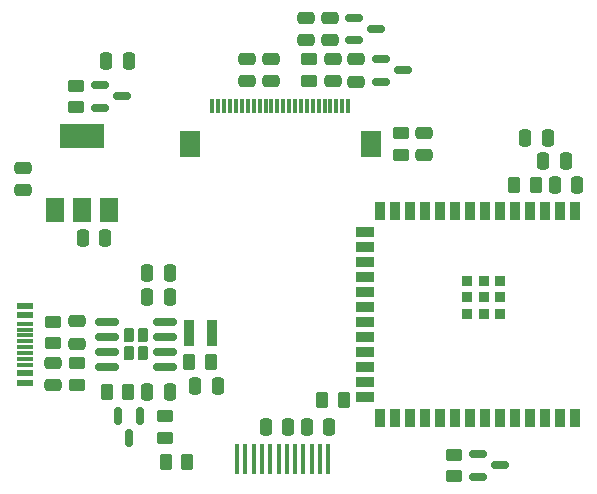
<source format=gbr>
%TF.GenerationSoftware,KiCad,Pcbnew,(6.0.7)*%
%TF.CreationDate,2023-03-05T02:05:44+08:00*%
%TF.ProjectId,CameraPosition,43616d65-7261-4506-9f73-6974696f6e2e,rev?*%
%TF.SameCoordinates,Original*%
%TF.FileFunction,Paste,Top*%
%TF.FilePolarity,Positive*%
%FSLAX46Y46*%
G04 Gerber Fmt 4.6, Leading zero omitted, Abs format (unit mm)*
G04 Created by KiCad (PCBNEW (6.0.7)) date 2023-03-05 02:05:44*
%MOMM*%
%LPD*%
G01*
G04 APERTURE LIST*
G04 Aperture macros list*
%AMRoundRect*
0 Rectangle with rounded corners*
0 $1 Rounding radius*
0 $2 $3 $4 $5 $6 $7 $8 $9 X,Y pos of 4 corners*
0 Add a 4 corners polygon primitive as box body*
4,1,4,$2,$3,$4,$5,$6,$7,$8,$9,$2,$3,0*
0 Add four circle primitives for the rounded corners*
1,1,$1+$1,$2,$3*
1,1,$1+$1,$4,$5*
1,1,$1+$1,$6,$7*
1,1,$1+$1,$8,$9*
0 Add four rect primitives between the rounded corners*
20,1,$1+$1,$2,$3,$4,$5,0*
20,1,$1+$1,$4,$5,$6,$7,0*
20,1,$1+$1,$6,$7,$8,$9,0*
20,1,$1+$1,$8,$9,$2,$3,0*%
G04 Aperture macros list end*
%ADD10RoundRect,0.250000X-0.450000X0.262500X-0.450000X-0.262500X0.450000X-0.262500X0.450000X0.262500X0*%
%ADD11RoundRect,0.250000X-0.475000X0.250000X-0.475000X-0.250000X0.475000X-0.250000X0.475000X0.250000X0*%
%ADD12RoundRect,0.250000X-0.250000X-0.475000X0.250000X-0.475000X0.250000X0.475000X-0.250000X0.475000X0*%
%ADD13RoundRect,0.150000X-0.587500X-0.150000X0.587500X-0.150000X0.587500X0.150000X-0.587500X0.150000X0*%
%ADD14RoundRect,0.250000X-0.262500X-0.450000X0.262500X-0.450000X0.262500X0.450000X-0.262500X0.450000X0*%
%ADD15RoundRect,0.250000X0.475000X-0.250000X0.475000X0.250000X-0.475000X0.250000X-0.475000X-0.250000X0*%
%ADD16RoundRect,0.250000X0.262500X0.450000X-0.262500X0.450000X-0.262500X-0.450000X0.262500X-0.450000X0*%
%ADD17RoundRect,0.230000X-0.230000X-0.375000X0.230000X-0.375000X0.230000X0.375000X-0.230000X0.375000X0*%
%ADD18RoundRect,0.150000X-0.825000X-0.150000X0.825000X-0.150000X0.825000X0.150000X-0.825000X0.150000X0*%
%ADD19RoundRect,0.250000X0.250000X0.475000X-0.250000X0.475000X-0.250000X-0.475000X0.250000X-0.475000X0*%
%ADD20R,0.300000X1.300000*%
%ADD21R,1.800000X2.200000*%
%ADD22RoundRect,0.150000X-0.150000X0.587500X-0.150000X-0.587500X0.150000X-0.587500X0.150000X0.587500X0*%
%ADD23RoundRect,0.250000X0.450000X-0.262500X0.450000X0.262500X-0.450000X0.262500X-0.450000X-0.262500X0*%
%ADD24R,0.850000X2.300000*%
%ADD25R,0.900000X1.500000*%
%ADD26R,1.500000X0.900000*%
%ADD27R,0.900000X0.900000*%
%ADD28R,0.350000X2.500000*%
%ADD29R,1.450000X0.600000*%
%ADD30R,1.450000X0.300000*%
%ADD31R,1.500000X2.000000*%
%ADD32R,3.800000X2.000000*%
G04 APERTURE END LIST*
D10*
%TO.C,R12*%
X51250000Y-24837500D03*
X51250000Y-26662500D03*
%TD*%
D11*
%TO.C,C5*%
X53000000Y-21350000D03*
X53000000Y-23250000D03*
%TD*%
D12*
%TO.C,C20*%
X69550000Y-31500000D03*
X71450000Y-31500000D03*
%TD*%
%TO.C,C3*%
X32100000Y-40000000D03*
X34000000Y-40000000D03*
%TD*%
D13*
%TO.C,Q3*%
X65562500Y-58300000D03*
X65562500Y-60200000D03*
X67437500Y-59250000D03*
%TD*%
D14*
%TO.C,R8*%
X39087500Y-59000000D03*
X40912500Y-59000000D03*
%TD*%
D12*
%TO.C,C21*%
X71050000Y-33500000D03*
X72950000Y-33500000D03*
%TD*%
D13*
%TO.C,U4*%
X57312500Y-24850000D03*
X57312500Y-26750000D03*
X59187500Y-25800000D03*
%TD*%
D12*
%TO.C,C15*%
X51050000Y-56000000D03*
X52950000Y-56000000D03*
%TD*%
D14*
%TO.C,R11*%
X68587500Y-35500000D03*
X70412500Y-35500000D03*
%TD*%
D11*
%TO.C,C12*%
X55250000Y-24850000D03*
X55250000Y-26750000D03*
%TD*%
D12*
%TO.C,C2*%
X37550000Y-45000000D03*
X39450000Y-45000000D03*
%TD*%
D15*
%TO.C,C14*%
X46000000Y-26700000D03*
X46000000Y-24800000D03*
%TD*%
D10*
%TO.C,R13*%
X63500000Y-58337500D03*
X63500000Y-60162500D03*
%TD*%
%TO.C,R5*%
X31570000Y-50587500D03*
X31570000Y-52412500D03*
%TD*%
D16*
%TO.C,R9*%
X54162500Y-53750000D03*
X52337500Y-53750000D03*
%TD*%
D17*
%TO.C,U3*%
X37140000Y-49750000D03*
X36000000Y-49750000D03*
X36000000Y-48250000D03*
X37140000Y-48250000D03*
D18*
X34095000Y-47095000D03*
X34095000Y-48365000D03*
X34095000Y-49635000D03*
X34095000Y-50905000D03*
X39045000Y-50905000D03*
X39045000Y-49635000D03*
X39045000Y-48365000D03*
X39045000Y-47095000D03*
%TD*%
D19*
%TO.C,C16*%
X49450000Y-56000000D03*
X47550000Y-56000000D03*
%TD*%
D15*
%TO.C,C4*%
X27000000Y-35950000D03*
X27000000Y-34050000D03*
%TD*%
D20*
%TO.C,J2*%
X43050000Y-28800000D03*
X43550000Y-28800000D03*
X44050000Y-28800000D03*
X44550000Y-28800000D03*
X45050000Y-28800000D03*
X45550000Y-28800000D03*
X46050000Y-28800000D03*
X46550000Y-28800000D03*
X47050000Y-28800000D03*
X47550000Y-28800000D03*
X48050000Y-28800000D03*
X48550000Y-28800000D03*
X49050000Y-28800000D03*
X49550000Y-28800000D03*
X50050000Y-28800000D03*
X50550000Y-28800000D03*
X51050000Y-28800000D03*
X51550000Y-28800000D03*
X52050000Y-28800000D03*
X52550000Y-28800000D03*
X53050000Y-28800000D03*
X53550000Y-28800000D03*
X54050000Y-28800000D03*
X54550000Y-28800000D03*
D21*
X41150000Y-32050000D03*
X56450000Y-32050000D03*
%TD*%
D12*
%TO.C,C1*%
X37550000Y-43000000D03*
X39450000Y-43000000D03*
%TD*%
D22*
%TO.C,Q2*%
X36950000Y-55062500D03*
X35050000Y-55062500D03*
X36000000Y-56937500D03*
%TD*%
D10*
%TO.C,R10*%
X39000000Y-55087500D03*
X39000000Y-56912500D03*
%TD*%
D23*
%TO.C,R7*%
X59000000Y-32962500D03*
X59000000Y-31137500D03*
%TD*%
D13*
%TO.C,Q1*%
X33562500Y-27050000D03*
X33562500Y-28950000D03*
X35437500Y-28000000D03*
%TD*%
D11*
%TO.C,C13*%
X53250000Y-24800000D03*
X53250000Y-26700000D03*
%TD*%
D24*
%TO.C,L1*%
X41050000Y-48000000D03*
X43000000Y-48000000D03*
%TD*%
D12*
%TO.C,C8*%
X41600000Y-52500000D03*
X43500000Y-52500000D03*
%TD*%
D14*
%TO.C,R6*%
X34087500Y-53000000D03*
X35912500Y-53000000D03*
%TD*%
D11*
%TO.C,C19*%
X61000000Y-31100000D03*
X61000000Y-33000000D03*
%TD*%
D25*
%TO.C,U6*%
X73760000Y-37750000D03*
X72490000Y-37750000D03*
X71220000Y-37750000D03*
X69950000Y-37750000D03*
X68680000Y-37750000D03*
X67410000Y-37750000D03*
X66140000Y-37750000D03*
X64870000Y-37750000D03*
X63600000Y-37750000D03*
X62330000Y-37750000D03*
X61060000Y-37750000D03*
X59790000Y-37750000D03*
X58520000Y-37750000D03*
X57250000Y-37750000D03*
D26*
X56000000Y-39515000D03*
X56000000Y-40785000D03*
X56000000Y-42055000D03*
X56000000Y-43325000D03*
X56000000Y-44595000D03*
X56000000Y-45865000D03*
X56000000Y-47135000D03*
X56000000Y-48405000D03*
X56000000Y-49675000D03*
X56000000Y-50945000D03*
X56000000Y-52215000D03*
X56000000Y-53485000D03*
D25*
X57250000Y-55250000D03*
X58520000Y-55250000D03*
X59790000Y-55250000D03*
X61060000Y-55250000D03*
X62330000Y-55250000D03*
X63600000Y-55250000D03*
X64870000Y-55250000D03*
X66140000Y-55250000D03*
X67410000Y-55250000D03*
X68680000Y-55250000D03*
X69950000Y-55250000D03*
X71220000Y-55250000D03*
X72490000Y-55250000D03*
X73760000Y-55250000D03*
D27*
X67440000Y-45000000D03*
X67440000Y-43600000D03*
X66040000Y-45000000D03*
X66040000Y-46400000D03*
X64640000Y-45000000D03*
X67440000Y-46400000D03*
X64640000Y-43600000D03*
X64640000Y-46400000D03*
X66040000Y-43600000D03*
%TD*%
D23*
%TO.C,R2*%
X29570000Y-48912500D03*
X29570000Y-47087500D03*
%TD*%
D12*
%TO.C,C11*%
X37550000Y-53000000D03*
X39450000Y-53000000D03*
%TD*%
D13*
%TO.C,U2*%
X55062500Y-21350000D03*
X55062500Y-23250000D03*
X56937500Y-22300000D03*
%TD*%
D28*
%TO.C,U5*%
X45150000Y-58750000D03*
X45850000Y-58750000D03*
X46550000Y-58750000D03*
X47250000Y-58750000D03*
X47950000Y-58750000D03*
X48650000Y-58750000D03*
X49350000Y-58750000D03*
X50050000Y-58750000D03*
X50750000Y-58750000D03*
X51450000Y-58750000D03*
X52150000Y-58750000D03*
X52850000Y-58750000D03*
%TD*%
D10*
%TO.C,R1*%
X31500000Y-27087500D03*
X31500000Y-28912500D03*
%TD*%
D12*
%TO.C,C7*%
X34050000Y-25000000D03*
X35950000Y-25000000D03*
%TD*%
%TO.C,C22*%
X72050000Y-35500000D03*
X73950000Y-35500000D03*
%TD*%
D14*
%TO.C,R4*%
X41087500Y-50500000D03*
X42912500Y-50500000D03*
%TD*%
D29*
%TO.C,J1*%
X27185000Y-45750000D03*
X27185000Y-46550000D03*
D30*
X27185000Y-47750000D03*
X27185000Y-48750000D03*
X27185000Y-49250000D03*
X27185000Y-50250000D03*
D29*
X27185000Y-51450000D03*
X27185000Y-52250000D03*
X27185000Y-52250000D03*
X27185000Y-51450000D03*
D30*
X27185000Y-50750000D03*
X27185000Y-49750000D03*
X27185000Y-48250000D03*
X27185000Y-47250000D03*
D29*
X27185000Y-46550000D03*
X27185000Y-45750000D03*
%TD*%
D15*
%TO.C,C17*%
X48000000Y-26700000D03*
X48000000Y-24800000D03*
%TD*%
%TO.C,C10*%
X31570000Y-48950000D03*
X31570000Y-47050000D03*
%TD*%
D31*
%TO.C,U1*%
X29700000Y-37650000D03*
D32*
X32000000Y-31350000D03*
D31*
X32000000Y-37650000D03*
X34300000Y-37650000D03*
%TD*%
D15*
%TO.C,C9*%
X29570000Y-52450000D03*
X29570000Y-50550000D03*
%TD*%
D11*
%TO.C,C6*%
X51000000Y-21350000D03*
X51000000Y-23250000D03*
%TD*%
M02*

</source>
